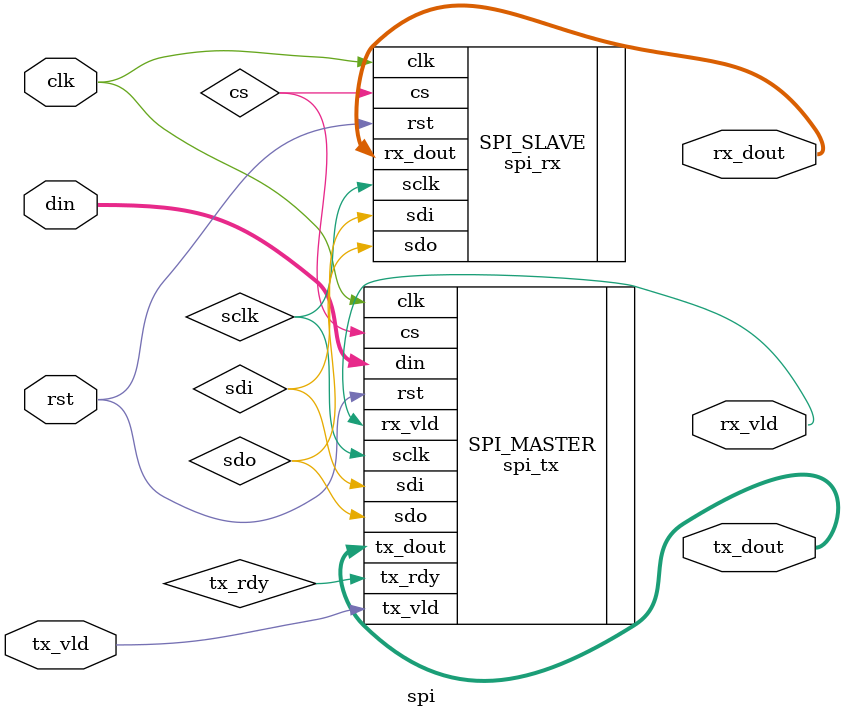
<source format=sv>
`timescale 1ns/1ns 
module spi #(parameter mode = 0, dvsr = 31, width = 8)(/*AUTOARG*/
   // Outputs
   rx_vld, rx_dout, tx_dout,
   // Inputs
   clk, rst, din, tx_vld
   ); 
   input  clk; 
   input  rst;
   input [width-1:0] din;
   input	     tx_vld;
   output	     rx_vld;
   output [width-1:0] rx_dout;
   output [width-1:0] tx_dout;
   
   
 
 
  /*AUTOREG*/ 
  /*AUTOWIRE*/ 
  // Beginning of automatic wires (for undeclared instantiated-module outputs)
  wire			cs;			// From MOD1 of spi_tx.v
  wire			sdi;			// From MOD1 of spi_rx.v
  wire			sdo;			// From MOD1 of spi_tx.v
  wire			sclk;			// From MOD1 of spi_tx.v
  wire			tx_rdy;			// From MOD1 of spi_tx.v
  // End of automatics
 
spi_tx #(/*AUTOINSTPARAM*/
	 // Parameters
	 .mode				(mode),
	 .dvsr				(dvsr),
	 .width				(width)) SPI_MASTER (/*AUTOINST*/
						       // Outputs
						       .sdo		(sdo),
						       .sclk		(sclk),
						       .cs		(cs),
						       .tx_dout		(tx_dout[width-1:0]),
						       .tx_rdy		(tx_rdy),
						       .rx_vld		(rx_vld),
						       .din		(din[width-1:0]),
						       // Inputs
						       .sdi		(sdi),
						       .tx_vld		(tx_vld),
						       .rst		(rst),
						       .clk		(clk)); 
spi_rx #(/*AUTOINSTPARAM*/
	 // Parameters
	 .mode				(mode),
	 .width				(width)) SPI_SLAVE (/*AUTOINST*/
						       // Outputs
						       .sdi		(sdi),
						       .rx_dout		(rx_dout[width-1:0]),
						       // Inputs
						       .sdo		(sdo),
						       .sclk		(sclk),
						       .cs		(cs),
						       .rst		(rst),
						       .clk		(clk)); 
 
endmodule 
// Local Variables: 
// Verilog-Library-Directories: (".")
// End:

</source>
